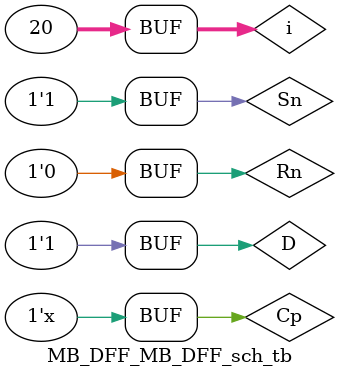
<source format=v>

`timescale 1ns / 1ps

module MB_DFF_MB_DFF_sch_tb();

// Inputs
   reg Sn;
   reg Cp;
   reg Rn;
   reg D;

// Output
   wire Q;
   wire Qn;

// Bidirs

// Instantiate the UUT
   MB_DFF UUT (
		.Sn(Sn), 
		.Cp(Cp), 
		.Q(Q), 
		.Qn(Qn), 
		.Rn(Rn), 
		.D(D)
   );
// Initialize Inputs
//   `ifdef auto_init
		integer i = 0;
       initial begin
		Sn = 0;
		Cp = 0;
		Rn = 0;
		D = 0;
		#40;
		Rn = 1;
		Sn = 1;
		D = 0;
		#100;
		D = 1;
		#100;
		Rn = 1;
		Sn = 0;
		D = 0;
		#100;
		D = 1;
		#100;
		Rn = 0;
		Sn = 1;
		D = 0;
		#100;
		D = 1;
		#100;
		end
		always @*
		for(i=0;i<20;i=i+1)begin
		#50;
		Cp<=~Cp;
	end
//   `endif
endmodule

</source>
